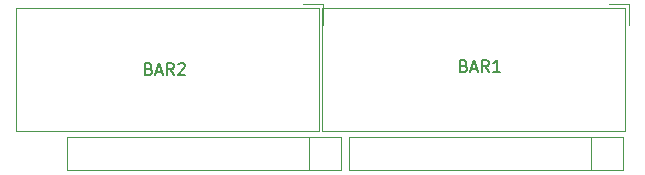
<source format=gbr>
G04 #@! TF.GenerationSoftware,KiCad,Pcbnew,(5.1.0-0)*
G04 #@! TF.CreationDate,2019-09-18T19:58:45-07:00*
G04 #@! TF.ProjectId,LEDRiser16,4c454452-6973-4657-9231-362e6b696361,rev?*
G04 #@! TF.SameCoordinates,Original*
G04 #@! TF.FileFunction,Legend,Top*
G04 #@! TF.FilePolarity,Positive*
%FSLAX46Y46*%
G04 Gerber Fmt 4.6, Leading zero omitted, Abs format (unit mm)*
G04 Created by KiCad (PCBNEW (5.1.0-0)) date 2019-09-18 19:58:45*
%MOMM*%
%LPD*%
G04 APERTURE LIST*
%ADD10C,0.120000*%
%ADD11C,0.150000*%
G04 APERTURE END LIST*
D10*
X98806000Y-84458000D02*
X98806000Y-81658000D01*
X78316000Y-84458000D02*
X101516000Y-84458000D01*
X78316000Y-81658000D02*
X78316000Y-84458000D01*
X101516000Y-81658000D02*
X78316000Y-81658000D01*
X101516000Y-84458000D02*
X101516000Y-81658000D01*
X122682000Y-84458000D02*
X122682000Y-81658000D01*
X102192000Y-84458000D02*
X125392000Y-84458000D01*
X102192000Y-81658000D02*
X102192000Y-84458000D01*
X125392000Y-81658000D02*
X102192000Y-81658000D01*
X125392000Y-84458000D02*
X125392000Y-81658000D01*
X99998000Y-72136000D02*
X99998000Y-70436000D01*
X99998000Y-70436000D02*
X98298000Y-70436000D01*
X74028000Y-81166000D02*
X74028000Y-70726000D01*
X74028000Y-70726000D02*
X99708000Y-70726000D01*
X99708000Y-70726000D02*
X99708000Y-81166000D01*
X99708000Y-81166000D02*
X74028000Y-81166000D01*
X125616000Y-81166000D02*
X99936000Y-81166000D01*
X125616000Y-70726000D02*
X125616000Y-81166000D01*
X99936000Y-70726000D02*
X125616000Y-70726000D01*
X99936000Y-81166000D02*
X99936000Y-70726000D01*
X125906000Y-70436000D02*
X124206000Y-70436000D01*
X125906000Y-72136000D02*
X125906000Y-70436000D01*
D11*
X85280666Y-75874571D02*
X85423523Y-75922190D01*
X85471142Y-75969809D01*
X85518761Y-76065047D01*
X85518761Y-76207904D01*
X85471142Y-76303142D01*
X85423523Y-76350761D01*
X85328285Y-76398380D01*
X84947333Y-76398380D01*
X84947333Y-75398380D01*
X85280666Y-75398380D01*
X85375904Y-75446000D01*
X85423523Y-75493619D01*
X85471142Y-75588857D01*
X85471142Y-75684095D01*
X85423523Y-75779333D01*
X85375904Y-75826952D01*
X85280666Y-75874571D01*
X84947333Y-75874571D01*
X85899714Y-76112666D02*
X86375904Y-76112666D01*
X85804476Y-76398380D02*
X86137809Y-75398380D01*
X86471142Y-76398380D01*
X87375904Y-76398380D02*
X87042571Y-75922190D01*
X86804476Y-76398380D02*
X86804476Y-75398380D01*
X87185428Y-75398380D01*
X87280666Y-75446000D01*
X87328285Y-75493619D01*
X87375904Y-75588857D01*
X87375904Y-75731714D01*
X87328285Y-75826952D01*
X87280666Y-75874571D01*
X87185428Y-75922190D01*
X86804476Y-75922190D01*
X87756857Y-75493619D02*
X87804476Y-75446000D01*
X87899714Y-75398380D01*
X88137809Y-75398380D01*
X88233047Y-75446000D01*
X88280666Y-75493619D01*
X88328285Y-75588857D01*
X88328285Y-75684095D01*
X88280666Y-75826952D01*
X87709238Y-76398380D01*
X88328285Y-76398380D01*
X111950666Y-75620571D02*
X112093523Y-75668190D01*
X112141142Y-75715809D01*
X112188761Y-75811047D01*
X112188761Y-75953904D01*
X112141142Y-76049142D01*
X112093523Y-76096761D01*
X111998285Y-76144380D01*
X111617333Y-76144380D01*
X111617333Y-75144380D01*
X111950666Y-75144380D01*
X112045904Y-75192000D01*
X112093523Y-75239619D01*
X112141142Y-75334857D01*
X112141142Y-75430095D01*
X112093523Y-75525333D01*
X112045904Y-75572952D01*
X111950666Y-75620571D01*
X111617333Y-75620571D01*
X112569714Y-75858666D02*
X113045904Y-75858666D01*
X112474476Y-76144380D02*
X112807809Y-75144380D01*
X113141142Y-76144380D01*
X114045904Y-76144380D02*
X113712571Y-75668190D01*
X113474476Y-76144380D02*
X113474476Y-75144380D01*
X113855428Y-75144380D01*
X113950666Y-75192000D01*
X113998285Y-75239619D01*
X114045904Y-75334857D01*
X114045904Y-75477714D01*
X113998285Y-75572952D01*
X113950666Y-75620571D01*
X113855428Y-75668190D01*
X113474476Y-75668190D01*
X114998285Y-76144380D02*
X114426857Y-76144380D01*
X114712571Y-76144380D02*
X114712571Y-75144380D01*
X114617333Y-75287238D01*
X114522095Y-75382476D01*
X114426857Y-75430095D01*
M02*

</source>
